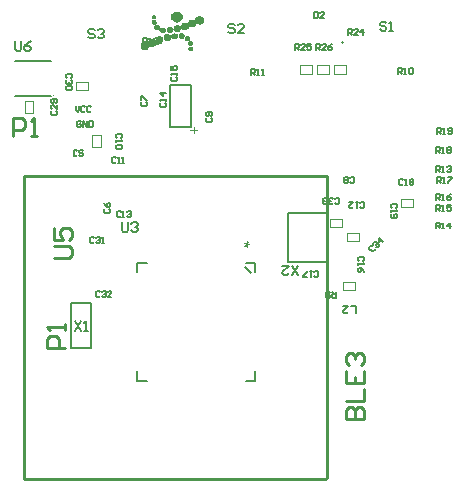
<source format=gto>
G04 Layer_Color=65535*
%FSLAX44Y44*%
%MOMM*%
G71*
G01*
G75*
%ADD28C,0.2032*%
%ADD40C,0.1000*%
%ADD41C,0.2540*%
%ADD42C,0.0508*%
%ADD43C,0.1524*%
%ADD44C,0.2000*%
%ADD45C,0.1600*%
G36*
X-173614Y-201863D02*
Y-201882D01*
X-173633Y-201919D01*
X-173652Y-201994D01*
X-173689Y-202088D01*
X-173745Y-202201D01*
X-173783Y-202332D01*
X-173895Y-202632D01*
X-174027Y-202950D01*
X-174177Y-203288D01*
X-174326Y-203588D01*
X-174458Y-203850D01*
X-174383D01*
X-174308Y-203832D01*
X-174195D01*
X-174083Y-203813D01*
X-173933Y-203794D01*
X-173596Y-203775D01*
X-173239Y-203738D01*
X-172883Y-203700D01*
X-172565Y-203682D01*
X-172302D01*
Y-204937D01*
X-172452D01*
X-172640Y-204919D01*
X-172883Y-204900D01*
X-173202Y-204862D01*
X-173558Y-204844D01*
X-173989Y-204788D01*
X-174439Y-204731D01*
Y-204750D01*
X-174420Y-204769D01*
X-174401Y-204825D01*
X-174364Y-204881D01*
X-174270Y-205069D01*
X-174158Y-205312D01*
X-174045Y-205612D01*
X-173895Y-205950D01*
X-173764Y-206343D01*
X-173614Y-206756D01*
X-174833Y-207168D01*
Y-207149D01*
X-174851Y-207112D01*
X-174870Y-207056D01*
X-174889Y-206981D01*
X-174926Y-206887D01*
X-174964Y-206756D01*
X-175039Y-206493D01*
X-175114Y-206156D01*
X-175189Y-205800D01*
X-175264Y-205406D01*
X-175320Y-205012D01*
X-175339Y-205031D01*
X-175414Y-205106D01*
X-175526Y-205237D01*
X-175695Y-205387D01*
X-175920Y-205612D01*
X-176201Y-205856D01*
X-176539Y-206156D01*
X-176951Y-206493D01*
X-177663Y-205462D01*
X-177626Y-205444D01*
X-177532Y-205369D01*
X-177382Y-205275D01*
X-177176Y-205125D01*
X-176913Y-204956D01*
X-176595Y-204750D01*
X-176238Y-204525D01*
X-175826Y-204281D01*
X-175845D01*
X-175882Y-204263D01*
X-175939Y-204225D01*
X-176032Y-204169D01*
X-176238Y-204056D01*
X-176520Y-203906D01*
X-176801Y-203719D01*
X-177120Y-203532D01*
X-177401Y-203344D01*
X-177663Y-203157D01*
X-176951Y-202144D01*
X-176932Y-202163D01*
X-176895Y-202182D01*
X-176838Y-202238D01*
X-176745Y-202313D01*
X-176539Y-202482D01*
X-176276Y-202688D01*
X-176014Y-202932D01*
X-175732Y-203157D01*
X-175508Y-203382D01*
X-175395Y-203475D01*
X-175320Y-203569D01*
Y-203550D01*
X-175301Y-203513D01*
Y-203457D01*
X-175282Y-203382D01*
X-175264Y-203288D01*
X-175245Y-203175D01*
X-175189Y-202894D01*
X-175114Y-202576D01*
X-175020Y-202219D01*
X-174833Y-201470D01*
X-173614Y-201863D01*
D02*
G37*
G36*
X-219294Y-107237D02*
X-216653D01*
Y-108351D01*
X-219294D01*
Y-110963D01*
X-220393D01*
Y-108351D01*
X-223005D01*
Y-107237D01*
X-220393D01*
Y-104625D01*
X-219294D01*
Y-107237D01*
D02*
G37*
D28*
X-140723Y-219096D02*
X-107713D01*
X-140723Y-178022D02*
X-107713D01*
X-140723Y-219096D02*
Y-178022D01*
X-107713Y-219096D02*
Y-178022D01*
X-240614Y-105037D02*
Y-69003D01*
Y-105037D02*
X-222470D01*
Y-69003D01*
X-240614D02*
X-222470D01*
D40*
X-338326Y-77801D02*
G03*
X-338326Y-77801I-500J0D01*
G01*
X-105805Y-59595D02*
Y-52439D01*
X-115965Y-59595D02*
Y-52439D01*
X-105805D01*
X-115965Y-59595D02*
X-105805D01*
X-91590D02*
Y-52439D01*
X-101750Y-59595D02*
Y-52439D01*
X-91590D01*
X-101750Y-59595D02*
X-91590D01*
X-120020D02*
Y-52439D01*
X-130180Y-59595D02*
Y-52439D01*
X-120020D01*
X-130180Y-59595D02*
X-120020D01*
X-363175Y-92694D02*
X-356019D01*
X-363175Y-82534D02*
X-356019D01*
Y-92694D02*
Y-82534D01*
X-363175Y-92694D02*
Y-82534D01*
X-309447Y-73537D02*
Y-66380D01*
X-319607Y-73537D02*
Y-66380D01*
X-309447D01*
X-319607Y-73537D02*
X-309447D01*
X-45045Y-172818D02*
Y-165662D01*
X-34885Y-172818D02*
Y-165662D01*
X-45045Y-172818D02*
X-34885D01*
X-45045Y-165662D02*
X-34885D01*
X-306311Y-121999D02*
X-299155D01*
X-306311Y-111839D02*
X-299155D01*
Y-121999D02*
Y-111839D01*
X-306311Y-121999D02*
Y-111839D01*
X-80682Y-201725D02*
Y-194569D01*
X-90842Y-201725D02*
Y-194569D01*
X-80682D01*
X-90842Y-201725D02*
X-80682D01*
X-94422Y-189525D02*
Y-182369D01*
X-104581Y-189525D02*
Y-182369D01*
X-94422D01*
X-104581Y-189525D02*
X-94422D01*
X-94042Y-242939D02*
Y-235783D01*
X-83882Y-242939D02*
Y-235783D01*
X-94042Y-242939D02*
X-83882D01*
X-94042Y-235783D02*
X-83882D01*
D41*
X-363656Y-402645D02*
X-108640D01*
X-107624Y-401629D02*
Y-146613D01*
X-363656D02*
X-107624D01*
X-363656Y-402645D02*
Y-146613D01*
X-94877Y-33143D02*
X-94676D01*
X-329292Y-291737D02*
X-344527D01*
Y-284119D01*
X-341988Y-281580D01*
X-336910D01*
X-334370Y-284119D01*
Y-291737D01*
X-329292Y-276502D02*
Y-271423D01*
Y-273963D01*
X-344527D01*
X-341988Y-276502D01*
X-373630Y-112696D02*
Y-97461D01*
X-366012D01*
X-363473Y-100000D01*
Y-105078D01*
X-366012Y-107618D01*
X-373630D01*
X-358395Y-112696D02*
X-353316D01*
X-355855D01*
Y-97461D01*
X-358395Y-100000D01*
X-338876Y-215651D02*
X-326180D01*
X-323641Y-213111D01*
Y-208033D01*
X-326180Y-205494D01*
X-338876D01*
Y-190259D02*
Y-200415D01*
X-331258D01*
X-333798Y-195337D01*
Y-192798D01*
X-331258Y-190259D01*
X-326180D01*
X-323641Y-192798D01*
Y-197876D01*
X-326180Y-200415D01*
X-91281Y-352043D02*
X-76046D01*
Y-344426D01*
X-78585Y-341887D01*
X-81124D01*
X-83663Y-344426D01*
Y-352043D01*
Y-344426D01*
X-86202Y-341887D01*
X-88742D01*
X-91281Y-344426D01*
Y-352043D01*
Y-336808D02*
X-76046D01*
Y-326652D01*
X-91281Y-311417D02*
Y-321573D01*
X-76046D01*
Y-311417D01*
X-83663Y-321573D02*
Y-316495D01*
X-88742Y-306338D02*
X-91281Y-303799D01*
Y-298721D01*
X-88742Y-296182D01*
X-86202D01*
X-83663Y-298721D01*
Y-301260D01*
Y-298721D01*
X-81124Y-296182D01*
X-78585D01*
X-76046Y-298721D01*
Y-303799D01*
X-78585Y-306338D01*
D42*
X-237019Y-7490D02*
X-232447D01*
X-237527Y-7997D02*
X-231939D01*
X-238035Y-8505D02*
X-231431D01*
X-238543Y-9014D02*
X-230923D01*
X-239051Y-9521D02*
X-230923D01*
X-254799Y-10029D02*
X-253783D01*
X-239051D02*
X-230415D01*
X-255815Y-10538D02*
X-253275D01*
X-239051D02*
X-230415D01*
X-255815Y-11046D02*
X-252767D01*
X-239051D02*
X-230415D01*
X-216699D02*
X-214667D01*
X-255815Y-11553D02*
X-252767D01*
X-239051D02*
X-230415D01*
X-217715D02*
X-213651D01*
X-255815Y-12062D02*
X-252767D01*
X-239051D02*
X-230415D01*
X-218223D02*
X-213143D01*
X-255307Y-12570D02*
X-253275D01*
X-239051D02*
X-230415D01*
X-218731D02*
X-212635D01*
X-239051Y-13077D02*
X-230923D01*
X-218731D02*
X-212127D01*
X-238543Y-13585D02*
X-230923D01*
X-218731D02*
X-212127D01*
X-238035Y-14094D02*
X-231431D01*
X-223303D02*
X-220255D01*
X-219239D02*
X-212127D01*
X-255307Y-14602D02*
X-253275D01*
X-237527D02*
X-231939D01*
X-224319D02*
X-219747D01*
X-219239D02*
X-212127D01*
X-255815Y-15109D02*
X-252767D01*
X-237019D02*
X-232447D01*
X-224319D02*
X-219239D01*
X-218731D02*
X-212127D01*
X-255815Y-15618D02*
X-252259D01*
X-235495D02*
X-233971D01*
X-224827D02*
X-212635D01*
X-255815Y-16126D02*
X-252259D01*
X-224827D02*
X-218731D01*
X-218223D02*
X-212635D01*
X-255815Y-16633D02*
X-252259D01*
X-229399D02*
X-226859D01*
X-224827D02*
X-218731D01*
X-218223D02*
X-213143D01*
X-255815Y-17141D02*
X-252767D01*
X-229907D02*
X-225843D01*
X-224827D02*
X-218731D01*
X-217207D02*
X-213651D01*
X-254799Y-17650D02*
X-253275D01*
X-230415D02*
X-225335D01*
X-224827D02*
X-218731D01*
X-215683D02*
X-215175D01*
X-230923Y-18158D02*
X-225335D01*
X-224827D02*
X-218731D01*
X-252767Y-18665D02*
X-250735D01*
X-235495D02*
X-233463D01*
X-230923D02*
X-225335D01*
X-224319D02*
X-219239D01*
X-253275Y-19174D02*
X-250227D01*
X-236511D02*
X-232447D01*
X-230923D02*
X-225335D01*
X-223811D02*
X-219747D01*
X-253783Y-19682D02*
X-249719D01*
X-237019D02*
X-231939D01*
X-230923D02*
X-225335D01*
X-223303D02*
X-220255D01*
X-253783Y-20189D02*
X-249719D01*
X-242099D02*
X-239559D01*
X-237019D02*
X-231939D01*
X-230923D02*
X-225335D01*
X-253783Y-20698D02*
X-249719D01*
X-248195D02*
X-245655D01*
X-242607D02*
X-239051D01*
X-237019D02*
X-231939D01*
X-230923D02*
X-225335D01*
X-253783Y-21205D02*
X-249719D01*
X-248703D02*
X-245147D01*
X-243115D02*
X-238543D01*
X-237019D02*
X-231939D01*
X-230415D02*
X-225843D01*
X-253275Y-21714D02*
X-250227D01*
X-248703D02*
X-244639D01*
X-243115D02*
X-238543D01*
X-237019D02*
X-231939D01*
X-229907D02*
X-226351D01*
X-252767Y-22222D02*
X-250735D01*
X-249211D02*
X-244639D01*
X-243115D02*
X-238035D01*
X-237019D02*
X-231939D01*
X-228383D02*
X-227875D01*
X-249211Y-22729D02*
X-244639D01*
X-243115D02*
X-238543D01*
X-236511D02*
X-232447D01*
X-248703Y-23238D02*
X-244639D01*
X-243115D02*
X-238543D01*
X-236003D02*
X-232955D01*
X-248703Y-23746D02*
X-244639D01*
X-242607D02*
X-238543D01*
X-234987D02*
X-233971D01*
X-248195Y-24253D02*
X-245147D01*
X-242099D02*
X-239559D01*
X-247179Y-24762D02*
X-246163D01*
X-237019Y-25269D02*
X-236511D01*
X-231431D02*
X-229907D01*
X-238035Y-25777D02*
X-234987D01*
X-232447D02*
X-229399D01*
X-244131Y-26286D02*
X-242099D01*
X-238543D02*
X-234479D01*
X-232955D02*
X-228891D01*
X-244639Y-26793D02*
X-241083D01*
X-239051D02*
X-234479D01*
X-232955D02*
X-228383D01*
X-245147Y-27301D02*
X-240575D01*
X-239051D02*
X-234479D01*
X-232955D02*
X-228383D01*
X-250227Y-27810D02*
X-248703D01*
X-245655D02*
X-240575D01*
X-239051D02*
X-234479D01*
X-232955D02*
X-228383D01*
X-226859D02*
X-224827D01*
X-251243Y-28317D02*
X-247687D01*
X-245655D02*
X-240067D01*
X-239051D02*
X-234479D01*
X-232955D02*
X-228891D01*
X-227367D02*
X-223811D01*
X-251751Y-28826D02*
X-247179D01*
X-245655D02*
X-240067D01*
X-239051D02*
X-234479D01*
X-232447D02*
X-228891D01*
X-227875D02*
X-223811D01*
X-252259Y-29334D02*
X-246671D01*
X-245655D02*
X-240067D01*
X-238543D02*
X-234987D01*
X-231939D02*
X-229399D01*
X-227875D02*
X-223811D01*
X-252259Y-29841D02*
X-246671D01*
X-245655D02*
X-240575D01*
X-238035D02*
X-235495D01*
X-227875D02*
X-223811D01*
X-257339Y-30350D02*
X-254291D01*
X-252259D02*
X-246671D01*
X-245147D02*
X-240575D01*
X-227367D02*
X-223811D01*
X-257847Y-30858D02*
X-253275D01*
X-252259D02*
X-246671D01*
X-244639D02*
X-241083D01*
X-227367D02*
X-224319D01*
X-258355Y-31365D02*
X-252767D01*
X-252259D02*
X-246671D01*
X-244131D02*
X-242099D01*
X-226859D02*
X-224827D01*
X-258863Y-31874D02*
X-252767D01*
X-252259D02*
X-246671D01*
X-262927Y-32381D02*
X-260895D01*
X-258863D02*
X-252767D01*
X-251751D02*
X-247179D01*
X-224319D02*
X-222287D01*
X-263943Y-32889D02*
X-259879D01*
X-258863D02*
X-252259D01*
X-251243D02*
X-247687D01*
X-224827D02*
X-221779D01*
X-264451Y-33398D02*
X-259371D01*
X-258863D02*
X-252259D01*
X-250735D02*
X-248195D01*
X-225335D02*
X-221779D01*
X-264959Y-33905D02*
X-252767D01*
X-225335D02*
X-221779D01*
X-264959Y-34413D02*
X-258863D01*
X-258355D02*
X-252767D01*
X-225335D02*
X-221779D01*
X-264959Y-34922D02*
X-253275D01*
X-224827D02*
X-221779D01*
X-264959Y-35429D02*
X-258355D01*
X-257847D02*
X-253275D01*
X-224319D02*
X-222287D01*
X-264959Y-35938D02*
X-258355D01*
X-256831D02*
X-254291D01*
X-264959Y-36446D02*
X-258355D01*
X-264959Y-36953D02*
X-258863D01*
X-223303D02*
X-222795D01*
X-264959Y-37462D02*
X-258863D01*
X-224319D02*
X-221779D01*
X-264451Y-37970D02*
X-259371D01*
X-224827D02*
X-221779D01*
X-263943Y-38477D02*
X-259879D01*
X-224827D02*
X-221779D01*
X-262927Y-38986D02*
X-260895D01*
X-224827D02*
X-221779D01*
X-224319Y-39494D02*
X-221779D01*
D43*
X-168002Y-227472D02*
Y-219598D01*
X-175876Y-319674D02*
X-168002D01*
X-268078D02*
Y-311800D01*
X-177146Y-223154D02*
X-171558Y-228742D01*
X-268078Y-227472D02*
Y-219598D01*
Y-319674D02*
X-260204D01*
X-168002D02*
Y-311800D01*
X-175876Y-219598D02*
X-168002D01*
X-268078D02*
X-260204D01*
D44*
X-307305Y-261573D02*
Y-254073D01*
Y-292074D02*
Y-261573D01*
X-324305Y-292074D02*
X-307305D01*
X-324305D02*
Y-254073D01*
X-307305D01*
X-371326Y-78801D02*
X-341326D01*
X-371326Y-48802D02*
X-341326D01*
D45*
X-281031Y-185486D02*
Y-192151D01*
X-279699Y-193484D01*
X-277033D01*
X-275700Y-192151D01*
Y-185486D01*
X-273034Y-186819D02*
X-271701Y-185486D01*
X-269035D01*
X-267703Y-186819D01*
Y-188152D01*
X-269035Y-189485D01*
X-270368D01*
X-269035D01*
X-267703Y-190818D01*
Y-192151D01*
X-269035Y-193484D01*
X-271701D01*
X-273034Y-192151D01*
X-238800Y-62283D02*
X-239633Y-63116D01*
Y-64783D01*
X-238800Y-65616D01*
X-235468D01*
X-234635Y-64783D01*
Y-63116D01*
X-235468Y-62283D01*
X-234635Y-60617D02*
Y-58951D01*
Y-59784D01*
X-239633D01*
X-238800Y-60617D01*
X-239633Y-53120D02*
Y-56452D01*
X-237134D01*
X-237967Y-54786D01*
Y-53953D01*
X-237134Y-53120D01*
X-235468D01*
X-234635Y-53953D01*
Y-55619D01*
X-235468Y-56452D01*
X-99730Y-244923D02*
Y-249921D01*
X-102229D01*
X-103062Y-249088D01*
Y-247422D01*
X-102229Y-246589D01*
X-99730D01*
X-101396D02*
X-103062Y-244923D01*
X-104728Y-245756D02*
X-105561Y-244923D01*
X-107227D01*
X-108060Y-245756D01*
Y-249088D01*
X-107227Y-249921D01*
X-105561D01*
X-104728Y-249088D01*
Y-248255D01*
X-105561Y-247422D01*
X-108060D01*
X-299868Y-244458D02*
X-300701Y-243625D01*
X-302367D01*
X-303200Y-244458D01*
Y-247790D01*
X-302367Y-248623D01*
X-300701D01*
X-299868Y-247790D01*
X-298202Y-244458D02*
X-297368Y-243625D01*
X-295702D01*
X-294869Y-244458D01*
Y-245291D01*
X-295702Y-246124D01*
X-296535D01*
X-295702D01*
X-294869Y-246957D01*
Y-247790D01*
X-295702Y-248623D01*
X-297368D01*
X-298202Y-247790D01*
X-289871Y-248623D02*
X-293203D01*
X-289871Y-245291D01*
Y-244458D01*
X-290704Y-243625D01*
X-292370D01*
X-293203Y-244458D01*
X-304653Y-198863D02*
X-305486Y-198030D01*
X-307152D01*
X-307985Y-198863D01*
Y-202195D01*
X-307152Y-203029D01*
X-305486D01*
X-304653Y-202195D01*
X-302987Y-198863D02*
X-302154Y-198030D01*
X-300488D01*
X-299655Y-198863D01*
Y-199696D01*
X-300488Y-200529D01*
X-301321D01*
X-300488D01*
X-299655Y-201362D01*
Y-202195D01*
X-300488Y-203029D01*
X-302154D01*
X-302987Y-202195D01*
X-297989Y-203029D02*
X-296322D01*
X-297156D01*
Y-198030D01*
X-297989Y-198863D01*
X-69294Y-205509D02*
X-70472Y-205509D01*
X-71651Y-206687D01*
X-71651Y-207865D01*
X-69294Y-210221D01*
X-68116D01*
X-66938Y-209043D01*
Y-207865D01*
X-68116Y-204331D02*
X-68116Y-203153D01*
X-66938Y-201975D01*
X-65760D01*
X-65171Y-202563D01*
Y-203742D01*
X-65760Y-204331D01*
X-65171Y-203742D01*
X-63993D01*
X-63404Y-204331D01*
Y-205509D01*
X-64582Y-206687D01*
X-65760D01*
X-59869Y-201975D02*
X-63404Y-198440D01*
Y-201975D01*
X-61048Y-199618D01*
X-100799Y-169317D02*
X-99966Y-170150D01*
X-98300D01*
X-97467Y-169317D01*
Y-165985D01*
X-98300Y-165152D01*
X-99966D01*
X-100799Y-165985D01*
X-102465Y-169317D02*
X-103298Y-170150D01*
X-104964D01*
X-105797Y-169317D01*
Y-168484D01*
X-104964Y-167651D01*
X-104131D01*
X-104964D01*
X-105797Y-166818D01*
Y-165985D01*
X-104964Y-165152D01*
X-103298D01*
X-102465Y-165985D01*
X-107464Y-169317D02*
X-108296Y-170150D01*
X-109963D01*
X-110796Y-169317D01*
Y-168484D01*
X-109963Y-167651D01*
X-109130D01*
X-109963D01*
X-110796Y-166818D01*
Y-165985D01*
X-109963Y-165152D01*
X-108296D01*
X-107464Y-165985D01*
X-118644Y-231301D02*
X-117810Y-232134D01*
X-116144D01*
X-115311Y-231301D01*
Y-227968D01*
X-116144Y-227135D01*
X-117810D01*
X-118644Y-227968D01*
X-120310Y-227135D02*
X-121976D01*
X-121143D01*
Y-232134D01*
X-120310Y-231301D01*
X-124475Y-232134D02*
X-127807D01*
Y-231301D01*
X-124475Y-227968D01*
Y-227135D01*
X-77037Y-218092D02*
X-76204Y-217259D01*
Y-215592D01*
X-77037Y-214759D01*
X-80369D01*
X-81202Y-215592D01*
Y-217259D01*
X-80369Y-218092D01*
X-81202Y-219758D02*
Y-221424D01*
Y-220591D01*
X-76204D01*
X-77037Y-219758D01*
X-76204Y-227255D02*
X-77037Y-225589D01*
X-78703Y-223923D01*
X-80369D01*
X-81202Y-224756D01*
Y-226422D01*
X-80369Y-227255D01*
X-79536D01*
X-78703Y-226422D01*
Y-223923D01*
X-320812Y-269191D02*
X-315480Y-277189D01*
Y-269191D02*
X-320812Y-277189D01*
X-312815D02*
X-310149D01*
X-311482D01*
Y-269191D01*
X-312815Y-270524D01*
X-304197Y-23050D02*
X-305529Y-21717D01*
X-308195D01*
X-309528Y-23050D01*
Y-24383D01*
X-308195Y-25715D01*
X-305529D01*
X-304197Y-27048D01*
Y-28381D01*
X-305529Y-29714D01*
X-308195D01*
X-309528Y-28381D01*
X-301531Y-23050D02*
X-300198Y-21717D01*
X-297532D01*
X-296199Y-23050D01*
Y-24383D01*
X-297532Y-25715D01*
X-298865D01*
X-297532D01*
X-296199Y-27048D01*
Y-28381D01*
X-297532Y-29714D01*
X-300198D01*
X-301531Y-28381D01*
X-185639Y-18745D02*
X-186972Y-17412D01*
X-189638D01*
X-190971Y-18745D01*
Y-20078D01*
X-189638Y-21411D01*
X-186972D01*
X-185639Y-22743D01*
Y-24076D01*
X-186972Y-25409D01*
X-189638D01*
X-190971Y-24076D01*
X-177642Y-25409D02*
X-182973D01*
X-177642Y-20078D01*
Y-18745D01*
X-178975Y-17412D01*
X-181641D01*
X-182973Y-18745D01*
X-57193Y-16883D02*
X-58526Y-15550D01*
X-61191D01*
X-62524Y-16883D01*
Y-18216D01*
X-61191Y-19549D01*
X-58526D01*
X-57193Y-20882D01*
Y-22215D01*
X-58526Y-23548D01*
X-61191D01*
X-62524Y-22215D01*
X-54527Y-23548D02*
X-51861D01*
X-53194D01*
Y-15550D01*
X-54527Y-16883D01*
X-116858Y-39720D02*
Y-34722D01*
X-114359D01*
X-113526Y-35555D01*
Y-37221D01*
X-114359Y-38054D01*
X-116858D01*
X-115192D02*
X-113526Y-39720D01*
X-108527D02*
X-111860D01*
X-108527Y-36388D01*
Y-35555D01*
X-109361Y-34722D01*
X-111027D01*
X-111860Y-35555D01*
X-103529Y-34722D02*
X-105195Y-35555D01*
X-106861Y-37221D01*
Y-38887D01*
X-106028Y-39720D01*
X-104362D01*
X-103529Y-38887D01*
Y-38054D01*
X-104362Y-37221D01*
X-106861D01*
X-134426Y-39953D02*
Y-34954D01*
X-131927D01*
X-131094Y-35787D01*
Y-37453D01*
X-131927Y-38287D01*
X-134426D01*
X-132760D02*
X-131094Y-39953D01*
X-126096D02*
X-129428D01*
X-126096Y-36620D01*
Y-35787D01*
X-126929Y-34954D01*
X-128595D01*
X-129428Y-35787D01*
X-121097Y-34954D02*
X-124430D01*
Y-37453D01*
X-122764Y-36620D01*
X-121931D01*
X-121097Y-37453D01*
Y-39120D01*
X-121931Y-39953D01*
X-123597D01*
X-124430Y-39120D01*
X-89772Y-27242D02*
Y-22244D01*
X-87273D01*
X-86440Y-23077D01*
Y-24743D01*
X-87273Y-25576D01*
X-89772D01*
X-88106D02*
X-86440Y-27242D01*
X-81441D02*
X-84774D01*
X-81441Y-23910D01*
Y-23077D01*
X-82274Y-22244D01*
X-83940D01*
X-84774Y-23077D01*
X-77276Y-27242D02*
Y-22244D01*
X-79775Y-24743D01*
X-76443D01*
X-14440Y-110840D02*
Y-105841D01*
X-11941D01*
X-11108Y-106674D01*
Y-108341D01*
X-11941Y-109173D01*
X-14440D01*
X-12774D02*
X-11108Y-110840D01*
X-9442D02*
X-7775D01*
X-8608D01*
Y-105841D01*
X-9442Y-106674D01*
X-5276Y-110007D02*
X-4443Y-110840D01*
X-2777D01*
X-1944Y-110007D01*
Y-106674D01*
X-2777Y-105841D01*
X-4443D01*
X-5276Y-106674D01*
Y-107507D01*
X-4443Y-108341D01*
X-1944D01*
X-14834Y-126591D02*
Y-121593D01*
X-12335D01*
X-11501Y-122426D01*
Y-124092D01*
X-12335Y-124925D01*
X-14834D01*
X-13168D02*
X-11501Y-126591D01*
X-9835D02*
X-8169D01*
X-9002D01*
Y-121593D01*
X-9835Y-122426D01*
X-5670D02*
X-4837Y-121593D01*
X-3171D01*
X-2338Y-122426D01*
Y-123259D01*
X-3171Y-124092D01*
X-2338Y-124925D01*
Y-125758D01*
X-3171Y-126591D01*
X-4837D01*
X-5670Y-125758D01*
Y-124925D01*
X-4837Y-124092D01*
X-5670Y-123259D01*
Y-122426D01*
X-4837Y-124092D02*
X-3171D01*
X-14460Y-151805D02*
Y-146807D01*
X-11961D01*
X-11128Y-147640D01*
Y-149306D01*
X-11961Y-150139D01*
X-14460D01*
X-12794D02*
X-11128Y-151805D01*
X-9461D02*
X-7795D01*
X-8628D01*
Y-146807D01*
X-9461Y-147640D01*
X-5296Y-146807D02*
X-1964D01*
Y-147640D01*
X-5296Y-150972D01*
Y-151805D01*
X-15145Y-166499D02*
Y-161501D01*
X-12646D01*
X-11813Y-162334D01*
Y-164000D01*
X-12646Y-164833D01*
X-15145D01*
X-13479D02*
X-11813Y-166499D01*
X-10146D02*
X-8480D01*
X-9313D01*
Y-161501D01*
X-10146Y-162334D01*
X-2649Y-161501D02*
X-4315Y-162334D01*
X-5981Y-164000D01*
Y-165666D01*
X-5148Y-166499D01*
X-3482D01*
X-2649Y-165666D01*
Y-164833D01*
X-3482Y-164000D01*
X-5981D01*
X-14688Y-176168D02*
Y-171170D01*
X-12189D01*
X-11356Y-172003D01*
Y-173669D01*
X-12189Y-174502D01*
X-14688D01*
X-13022D02*
X-11356Y-176168D01*
X-9690D02*
X-8024D01*
X-8857D01*
Y-171170D01*
X-9690Y-172003D01*
X-2192Y-171170D02*
X-5524D01*
Y-173669D01*
X-3858Y-172836D01*
X-3025D01*
X-2192Y-173669D01*
Y-175335D01*
X-3025Y-176168D01*
X-4691D01*
X-5524Y-175335D01*
X-15297Y-190709D02*
Y-185711D01*
X-12798D01*
X-11965Y-186544D01*
Y-188210D01*
X-12798Y-189043D01*
X-15297D01*
X-13631D02*
X-11965Y-190709D01*
X-10299D02*
X-8633D01*
X-9466D01*
Y-185711D01*
X-10299Y-186544D01*
X-3634Y-190709D02*
Y-185711D01*
X-6133Y-188210D01*
X-2801D01*
X-14834Y-142737D02*
Y-137738D01*
X-12335D01*
X-11501Y-138571D01*
Y-140238D01*
X-12335Y-141071D01*
X-14834D01*
X-13168D02*
X-11501Y-142737D01*
X-9835D02*
X-8169D01*
X-9002D01*
Y-137738D01*
X-9835Y-138571D01*
X-5670D02*
X-4837Y-137738D01*
X-3171D01*
X-2338Y-138571D01*
Y-139404D01*
X-3171Y-140238D01*
X-4004D01*
X-3171D01*
X-2338Y-141071D01*
Y-141904D01*
X-3171Y-142737D01*
X-4837D01*
X-5670Y-141904D01*
X-262784Y-34696D02*
Y-29697D01*
X-260285D01*
X-259452Y-30530D01*
Y-32197D01*
X-260285Y-33030D01*
X-262784D01*
X-261118D02*
X-259452Y-34696D01*
X-257786D02*
X-256119D01*
X-256953D01*
Y-29697D01*
X-257786Y-30530D01*
X-250288Y-34696D02*
X-253620D01*
X-250288Y-31363D01*
Y-30530D01*
X-251121Y-29697D01*
X-252787D01*
X-253620Y-30530D01*
X-171804Y-60546D02*
Y-55547D01*
X-169305D01*
X-168472Y-56380D01*
Y-58046D01*
X-169305Y-58880D01*
X-171804D01*
X-170138D02*
X-168472Y-60546D01*
X-166806D02*
X-165140D01*
X-165973D01*
Y-55547D01*
X-166806Y-56380D01*
X-162640Y-60546D02*
X-160974D01*
X-161807D01*
Y-55547D01*
X-162640Y-56380D01*
X-47019Y-60197D02*
Y-55199D01*
X-44520D01*
X-43687Y-56032D01*
Y-57698D01*
X-44520Y-58531D01*
X-47019D01*
X-45353D02*
X-43687Y-60197D01*
X-42021D02*
X-40355D01*
X-41188D01*
Y-55199D01*
X-42021Y-56032D01*
X-37856D02*
X-37023Y-55199D01*
X-35356D01*
X-34523Y-56032D01*
Y-59364D01*
X-35356Y-60197D01*
X-37023D01*
X-37856Y-59364D01*
Y-56032D01*
X-83244Y-262311D02*
Y-255963D01*
X-87476D01*
X-93824D02*
X-89592D01*
X-93824Y-260195D01*
Y-261253D01*
X-92766Y-262311D01*
X-90650D01*
X-89592Y-261253D01*
X-118238Y-7785D02*
Y-12784D01*
X-115739D01*
X-114906Y-11951D01*
Y-8618D01*
X-115739Y-7785D01*
X-118238D01*
X-109908Y-12784D02*
X-113240D01*
X-109908Y-9451D01*
Y-8618D01*
X-110741Y-7785D01*
X-112407D01*
X-113240Y-8618D01*
X-323795Y-63256D02*
X-322962Y-62423D01*
Y-60757D01*
X-323795Y-59924D01*
X-327127D01*
X-327961Y-60757D01*
Y-62423D01*
X-327127Y-63256D01*
X-323795Y-64922D02*
X-322962Y-65756D01*
Y-67422D01*
X-323795Y-68255D01*
X-324628D01*
X-325461Y-67422D01*
Y-66589D01*
Y-67422D01*
X-326294Y-68255D01*
X-327127D01*
X-327961Y-67422D01*
Y-65756D01*
X-327127Y-64922D01*
X-323795Y-69921D02*
X-322962Y-70754D01*
Y-72420D01*
X-323795Y-73253D01*
X-327127D01*
X-327961Y-72420D01*
Y-70754D01*
X-327127Y-69921D01*
X-323795D01*
X-340022Y-91261D02*
X-340855Y-92094D01*
Y-93760D01*
X-340022Y-94593D01*
X-336690D01*
X-335857Y-93760D01*
Y-92094D01*
X-336690Y-91261D01*
X-335857Y-86262D02*
Y-89594D01*
X-339189Y-86262D01*
X-340022D01*
X-340855Y-87095D01*
Y-88761D01*
X-340022Y-89594D01*
X-336690Y-84596D02*
X-335857Y-83763D01*
Y-82097D01*
X-336690Y-81264D01*
X-340022D01*
X-340855Y-82097D01*
Y-83763D01*
X-340022Y-84596D01*
X-339189D01*
X-338356Y-83763D01*
Y-81264D01*
X-48848Y-173048D02*
X-48015Y-172215D01*
Y-170549D01*
X-48848Y-169716D01*
X-52180D01*
X-53014Y-170549D01*
Y-172215D01*
X-52180Y-173048D01*
X-53014Y-174714D02*
Y-176380D01*
Y-175547D01*
X-48015D01*
X-48848Y-174714D01*
X-52180Y-178879D02*
X-53014Y-179712D01*
Y-181378D01*
X-52180Y-182212D01*
X-48848D01*
X-48015Y-181378D01*
Y-179712D01*
X-48848Y-178879D01*
X-49681D01*
X-50514Y-179712D01*
Y-182212D01*
X-43332Y-149620D02*
X-44165Y-148786D01*
X-45831D01*
X-46664Y-149620D01*
Y-152952D01*
X-45831Y-153785D01*
X-44165D01*
X-43332Y-152952D01*
X-41666Y-153785D02*
X-39999D01*
X-40833D01*
Y-148786D01*
X-41666Y-149620D01*
X-37500D02*
X-36667Y-148786D01*
X-35001D01*
X-34168Y-149620D01*
Y-150453D01*
X-35001Y-151286D01*
X-34168Y-152119D01*
Y-152952D01*
X-35001Y-153785D01*
X-36667D01*
X-37500Y-152952D01*
Y-152119D01*
X-36667Y-151286D01*
X-37500Y-150453D01*
Y-149620D01*
X-36667Y-151286D02*
X-35001D01*
X-248231Y-84547D02*
X-249064Y-85380D01*
Y-87046D01*
X-248231Y-87879D01*
X-244898D01*
X-244065Y-87046D01*
Y-85380D01*
X-244898Y-84547D01*
X-244065Y-82881D02*
Y-81215D01*
Y-82048D01*
X-249064D01*
X-248231Y-82881D01*
X-244065Y-76216D02*
X-249064D01*
X-246565Y-78716D01*
Y-75383D01*
X-282225Y-177121D02*
X-283058Y-176288D01*
X-284724D01*
X-285557Y-177121D01*
Y-180453D01*
X-284724Y-181287D01*
X-283058D01*
X-282225Y-180453D01*
X-280558Y-181287D02*
X-278892D01*
X-279725D01*
Y-176288D01*
X-280558Y-177121D01*
X-276393D02*
X-275560Y-176288D01*
X-273894D01*
X-273061Y-177121D01*
Y-177954D01*
X-273894Y-178787D01*
X-274727D01*
X-273894D01*
X-273061Y-179620D01*
Y-180453D01*
X-273894Y-181287D01*
X-275560D01*
X-276393Y-180453D01*
X-79260Y-172170D02*
X-78427Y-173003D01*
X-76761D01*
X-75928Y-172170D01*
Y-168838D01*
X-76761Y-168005D01*
X-78427D01*
X-79260Y-168838D01*
X-80926Y-168005D02*
X-82592D01*
X-81759D01*
Y-173003D01*
X-80926Y-172170D01*
X-88423Y-168005D02*
X-85091D01*
X-88423Y-171337D01*
Y-172170D01*
X-87590Y-173003D01*
X-85924D01*
X-85091Y-172170D01*
X-286405Y-130792D02*
X-287238Y-129959D01*
X-288904D01*
X-289737Y-130792D01*
Y-134124D01*
X-288904Y-134957D01*
X-287238D01*
X-286405Y-134124D01*
X-284739Y-134957D02*
X-283072D01*
X-283906D01*
Y-129959D01*
X-284739Y-130792D01*
X-280573Y-134957D02*
X-278907D01*
X-279740D01*
Y-129959D01*
X-280573Y-130792D01*
X-281716Y-114133D02*
X-280883Y-113300D01*
Y-111634D01*
X-281716Y-110801D01*
X-285048D01*
X-285881Y-111634D01*
Y-113300D01*
X-285048Y-114133D01*
X-285881Y-115799D02*
Y-117465D01*
Y-116632D01*
X-280883D01*
X-281716Y-115799D01*
Y-119964D02*
X-280883Y-120797D01*
Y-122463D01*
X-281716Y-123296D01*
X-285048D01*
X-285881Y-122463D01*
Y-120797D01*
X-285048Y-119964D01*
X-281716D01*
X-209196Y-97117D02*
X-210029Y-97950D01*
Y-99616D01*
X-209196Y-100449D01*
X-205864D01*
X-205031Y-99616D01*
Y-97950D01*
X-205864Y-97117D01*
Y-95451D02*
X-205031Y-94618D01*
Y-92952D01*
X-205864Y-92119D01*
X-209196D01*
X-210029Y-92952D01*
Y-94618D01*
X-209196Y-95451D01*
X-208363D01*
X-207530Y-94618D01*
Y-92119D01*
X-88181Y-151550D02*
X-87348Y-152382D01*
X-85681D01*
X-84848Y-151550D01*
Y-148217D01*
X-85681Y-147384D01*
X-87348D01*
X-88181Y-148217D01*
X-89847Y-151550D02*
X-90680Y-152382D01*
X-92346D01*
X-93179Y-151550D01*
Y-150716D01*
X-92346Y-149883D01*
X-93179Y-149050D01*
Y-148217D01*
X-92346Y-147384D01*
X-90680D01*
X-89847Y-148217D01*
Y-149050D01*
X-90680Y-149883D01*
X-89847Y-150716D01*
Y-151550D01*
X-90680Y-149883D02*
X-92346D01*
X-264341Y-83641D02*
X-265174Y-84474D01*
Y-86140D01*
X-264341Y-86973D01*
X-261009D01*
X-260175Y-86140D01*
Y-84474D01*
X-261009Y-83641D01*
X-265174Y-81975D02*
Y-78643D01*
X-264341D01*
X-261009Y-81975D01*
X-260175D01*
X-295527Y-174322D02*
X-296360Y-175155D01*
Y-176821D01*
X-295527Y-177654D01*
X-292195D01*
X-291362Y-176821D01*
Y-175155D01*
X-292195Y-174322D01*
X-296360Y-169324D02*
X-295527Y-170990D01*
X-293861Y-172656D01*
X-292195D01*
X-291362Y-171823D01*
Y-170157D01*
X-292195Y-169324D01*
X-293028D01*
X-293861Y-170157D01*
Y-172656D01*
X-371543Y-32280D02*
Y-38944D01*
X-370210Y-40277D01*
X-367544D01*
X-366212Y-38944D01*
Y-32280D01*
X-358214D02*
X-360880Y-33613D01*
X-363546Y-36278D01*
Y-38944D01*
X-362213Y-40277D01*
X-359547D01*
X-358214Y-38944D01*
Y-37611D01*
X-359547Y-36278D01*
X-363546D01*
X-131789Y-230101D02*
X-137121Y-222104D01*
Y-230101D02*
X-131789Y-222104D01*
X-145118D02*
X-139786D01*
X-145118Y-227436D01*
Y-228769D01*
X-143785Y-230101D01*
X-141119D01*
X-139786Y-228769D01*
X-318675Y-124883D02*
X-319508Y-124050D01*
X-321175D01*
X-322008Y-124883D01*
Y-128216D01*
X-321175Y-129049D01*
X-319508D01*
X-318675Y-128216D01*
X-313677Y-124883D02*
X-314510Y-124050D01*
X-316176D01*
X-317009Y-124883D01*
Y-125716D01*
X-316176Y-126549D01*
X-314510D01*
X-313677Y-127382D01*
Y-128216D01*
X-314510Y-129049D01*
X-316176D01*
X-317009Y-128216D01*
X-315682Y-100652D02*
X-316515Y-99818D01*
X-318181D01*
X-319014Y-100652D01*
Y-103984D01*
X-318181Y-104817D01*
X-316515D01*
X-315682Y-103984D01*
Y-102318D01*
X-317348D01*
X-314016Y-104817D02*
Y-99818D01*
X-310684Y-104817D01*
Y-99818D01*
X-309018D02*
Y-104817D01*
X-306518D01*
X-305685Y-103984D01*
Y-100652D01*
X-306518Y-99818D01*
X-309018D01*
X-320286Y-86908D02*
Y-90241D01*
X-318620Y-91907D01*
X-316954Y-90241D01*
Y-86908D01*
X-311956Y-87741D02*
X-312789Y-86908D01*
X-314455D01*
X-315288Y-87741D01*
Y-91074D01*
X-314455Y-91907D01*
X-312789D01*
X-311956Y-91074D01*
X-306957Y-87741D02*
X-307790Y-86908D01*
X-309456D01*
X-310289Y-87741D01*
Y-91074D01*
X-309456Y-91907D01*
X-307790D01*
X-306957Y-91074D01*
M02*

</source>
